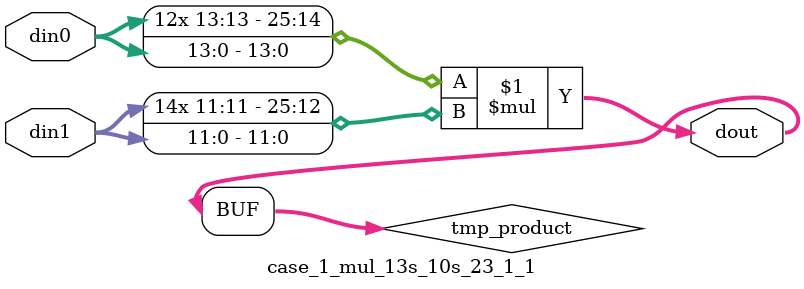
<source format=v>

`timescale 1 ns / 1 ps

 (* use_dsp = "no" *)  module case_1_mul_13s_10s_23_1_1(din0, din1, dout);
parameter ID = 1;
parameter NUM_STAGE = 0;
parameter din0_WIDTH = 14;
parameter din1_WIDTH = 12;
parameter dout_WIDTH = 26;

input [din0_WIDTH - 1 : 0] din0; 
input [din1_WIDTH - 1 : 0] din1; 
output [dout_WIDTH - 1 : 0] dout;

wire signed [dout_WIDTH - 1 : 0] tmp_product;



























assign tmp_product = $signed(din0) * $signed(din1);








assign dout = tmp_product;





















endmodule

</source>
